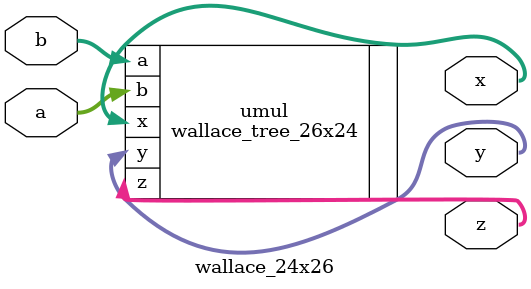
<source format=v>

module wallace_24x26 (
    input [23:0] a,
    input [25:0] b,
    output [49:8] x,
    output [49:8] y,
    output [7:0] z
);

    wallace_tree_26x24  umul(
    .a(b),
    .b(a),
    .x(x),  // sum high
    .y(y),  // carry high
    .z(z)         // sum low
);

endmodule

</source>
